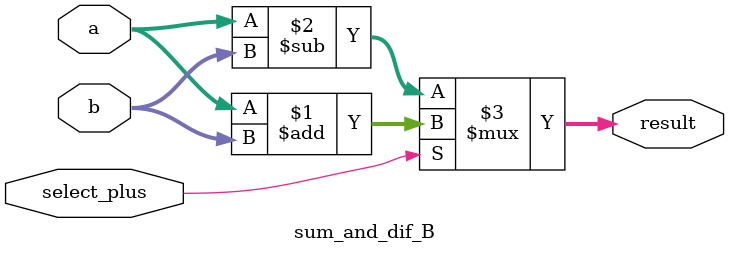
<source format=sv>
module sum_and_dif_A
(output logic [3:0] result,
    input logic [3:0] a, b,
    input select_plus);

    always_comb
        if (select_plus)
            result = a + b;
        else result = a - b;
endmodule: sum_and_dif_A

module sum_and_dif_B
(output logic [3:0] result,
    input logic [3:0] a, b,
    input select_plus);

    assign result = (select_plus) ? a + b : a - b;
endmodule: sum_and_dif_B
</source>
